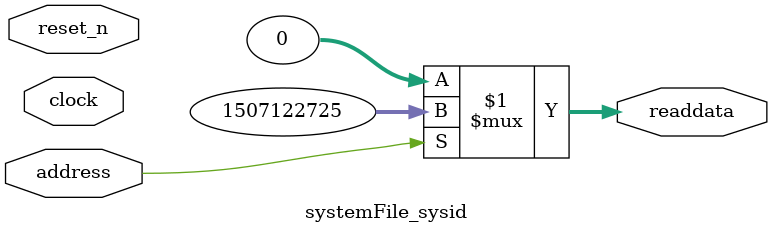
<source format=v>



// synthesis translate_off
`timescale 1ns / 1ps
// synthesis translate_on

// turn off superfluous verilog processor warnings 
// altera message_level Level1 
// altera message_off 10034 10035 10036 10037 10230 10240 10030 

module systemFile_sysid (
               // inputs:
                address,
                clock,
                reset_n,

               // outputs:
                readdata
             )
;

  output  [ 31: 0] readdata;
  input            address;
  input            clock;
  input            reset_n;

  wire    [ 31: 0] readdata;
  //control_slave, which is an e_avalon_slave
  assign readdata = address ? 1507122725 : 0;

endmodule



</source>
